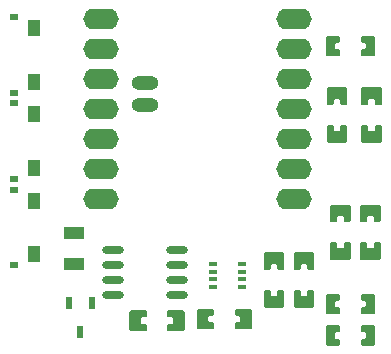
<source format=gtp>
G04 Layer: TopPasteMaskLayer*
G04 EasyEDA v6.5.42, 2024-06-11 14:58:49*
G04 7db2e0652eb0440fb163e0b1e141f317,b485016a937d426fb03638db52ce050d,10*
G04 Gerber Generator version 0.2*
G04 Scale: 100 percent, Rotated: No, Reflected: No *
G04 Dimensions in millimeters *
G04 leading zeros omitted , absolute positions ,4 integer and 5 decimal *
%FSLAX45Y45*%
%MOMM*%

%AMMACRO1*21,1,$1,$2,0,0,$3*%
%ADD10O,0.7670038X0.36400740000000004*%
%ADD11R,0.6000X1.0700*%
%ADD12O,2.999994X1.7500092*%
%ADD13O,2.2999954X1.1999976*%
%ADD14O,1.8649950000000002X0.6299962*%
%ADD15R,1.7000X1.0500*%
%ADD16MACRO1,1.7X1.05X0.0000*%
%ADD17R,1.0500X1.4500*%
%ADD18R,0.8000X0.6000*%
%ADD19R,0.0108X0.6000*%

%LPD*%
G36*
X6768896Y3878376D02*
G01*
X6758889Y3868420D01*
X6758889Y3739896D01*
X6768896Y3729888D01*
X6805930Y3729888D01*
X6815937Y3739896D01*
X6815937Y3770376D01*
X6825945Y3780383D01*
X6864654Y3780383D01*
X6874662Y3770376D01*
X6874662Y3739896D01*
X6884670Y3729888D01*
X6921703Y3729888D01*
X6931710Y3739896D01*
X6931710Y3868420D01*
X6921703Y3878376D01*
G37*
G36*
X6768896Y3559911D02*
G01*
X6758889Y3549904D01*
X6758889Y3421379D01*
X6768896Y3411423D01*
X6921703Y3411423D01*
X6931710Y3421379D01*
X6931710Y3549904D01*
X6921703Y3559911D01*
X6884670Y3559911D01*
X6874662Y3549904D01*
X6874662Y3519424D01*
X6864654Y3509416D01*
X6825945Y3509416D01*
X6815937Y3519424D01*
X6815937Y3549904D01*
X6805930Y3559911D01*
G37*
G36*
X6514896Y3559911D02*
G01*
X6504889Y3549904D01*
X6504889Y3421379D01*
X6514896Y3411423D01*
X6667703Y3411423D01*
X6677710Y3421379D01*
X6677710Y3549904D01*
X6667703Y3559911D01*
X6630670Y3559911D01*
X6620662Y3549904D01*
X6620662Y3519424D01*
X6610654Y3509416D01*
X6571945Y3509416D01*
X6561937Y3519424D01*
X6561937Y3549904D01*
X6551930Y3559911D01*
G37*
G36*
X6514896Y3878376D02*
G01*
X6504889Y3868420D01*
X6504889Y3739896D01*
X6514896Y3729888D01*
X6551930Y3729888D01*
X6561937Y3739896D01*
X6561937Y3770376D01*
X6571945Y3780383D01*
X6610654Y3780383D01*
X6620662Y3770376D01*
X6620662Y3739896D01*
X6630670Y3729888D01*
X6667703Y3729888D01*
X6677710Y3739896D01*
X6677710Y3868420D01*
X6667703Y3878376D01*
G37*
G36*
X7048296Y5275376D02*
G01*
X7038289Y5265420D01*
X7038289Y5136896D01*
X7048296Y5126888D01*
X7085330Y5126888D01*
X7095337Y5136896D01*
X7095337Y5167376D01*
X7105345Y5177383D01*
X7144054Y5177383D01*
X7154062Y5167376D01*
X7154062Y5136896D01*
X7164070Y5126888D01*
X7201103Y5126888D01*
X7211110Y5136896D01*
X7211110Y5265420D01*
X7201103Y5275376D01*
G37*
G36*
X7048296Y4956911D02*
G01*
X7038289Y4946904D01*
X7038289Y4818380D01*
X7048296Y4808423D01*
X7201103Y4808423D01*
X7211110Y4818380D01*
X7211110Y4946904D01*
X7201103Y4956911D01*
X7164070Y4956911D01*
X7154062Y4946904D01*
X7154062Y4916424D01*
X7144054Y4906416D01*
X7105345Y4906416D01*
X7095337Y4916424D01*
X7095337Y4946904D01*
X7085330Y4956911D01*
G37*
G36*
X7340396Y5275376D02*
G01*
X7330389Y5265420D01*
X7330389Y5136896D01*
X7340396Y5126888D01*
X7377430Y5126888D01*
X7387437Y5136896D01*
X7387437Y5167376D01*
X7397445Y5177383D01*
X7436154Y5177383D01*
X7446162Y5167376D01*
X7446162Y5136896D01*
X7456170Y5126888D01*
X7493203Y5126888D01*
X7503210Y5136896D01*
X7503210Y5265420D01*
X7493203Y5275376D01*
G37*
G36*
X7340396Y4956911D02*
G01*
X7330389Y4946904D01*
X7330389Y4818380D01*
X7340396Y4808423D01*
X7493203Y4808423D01*
X7503210Y4818380D01*
X7503210Y4946904D01*
X7493203Y4956911D01*
X7456170Y4956911D01*
X7446162Y4946904D01*
X7446162Y4916424D01*
X7436154Y4906416D01*
X7397445Y4906416D01*
X7387437Y4916424D01*
X7387437Y4946904D01*
X7377430Y4956911D01*
G37*
G36*
X6267196Y3401110D02*
G01*
X6257188Y3391103D01*
X6257188Y3354070D01*
X6267196Y3344062D01*
X6297676Y3344062D01*
X6307683Y3334054D01*
X6307683Y3295345D01*
X6297676Y3285337D01*
X6267196Y3285337D01*
X6257188Y3275329D01*
X6257188Y3238296D01*
X6267196Y3228289D01*
X6395720Y3228289D01*
X6405676Y3238296D01*
X6405676Y3391103D01*
X6395720Y3401110D01*
G37*
G36*
X5948680Y3401110D02*
G01*
X5938723Y3391103D01*
X5938723Y3238296D01*
X5948680Y3228289D01*
X6077204Y3228289D01*
X6087211Y3238296D01*
X6087211Y3275329D01*
X6077204Y3285337D01*
X6046724Y3285337D01*
X6036716Y3295345D01*
X6036716Y3334054D01*
X6046724Y3344062D01*
X6077204Y3344062D01*
X6087211Y3354070D01*
X6087211Y3391103D01*
X6077204Y3401110D01*
G37*
G36*
X5695696Y3388410D02*
G01*
X5685688Y3378403D01*
X5685688Y3341370D01*
X5695696Y3331362D01*
X5726176Y3331362D01*
X5736183Y3321354D01*
X5736183Y3282645D01*
X5726176Y3272637D01*
X5695696Y3272637D01*
X5685688Y3262629D01*
X5685688Y3225596D01*
X5695696Y3215589D01*
X5824220Y3215589D01*
X5834176Y3225596D01*
X5834176Y3378403D01*
X5824220Y3388410D01*
G37*
G36*
X5377180Y3388410D02*
G01*
X5367223Y3378403D01*
X5367223Y3225596D01*
X5377180Y3215589D01*
X5505704Y3215589D01*
X5515711Y3225596D01*
X5515711Y3262629D01*
X5505704Y3272637D01*
X5475224Y3272637D01*
X5465216Y3282645D01*
X5465216Y3321354D01*
X5475224Y3331362D01*
X5505704Y3331362D01*
X5515711Y3341370D01*
X5515711Y3378403D01*
X5505704Y3388410D01*
G37*
G36*
X7331405Y3964635D02*
G01*
X7321397Y3954627D01*
X7321397Y3826154D01*
X7331405Y3816146D01*
X7484160Y3816146D01*
X7494168Y3826154D01*
X7494168Y3954627D01*
X7484160Y3964635D01*
X7447178Y3964635D01*
X7437170Y3954627D01*
X7437170Y3924147D01*
X7427163Y3914140D01*
X7388402Y3914140D01*
X7378395Y3924147D01*
X7378395Y3954627D01*
X7368387Y3964635D01*
G37*
G36*
X7331405Y4283151D02*
G01*
X7321397Y4273143D01*
X7321397Y4144670D01*
X7331405Y4134662D01*
X7368387Y4134662D01*
X7378395Y4144670D01*
X7378395Y4175150D01*
X7388402Y4185158D01*
X7427163Y4185158D01*
X7437170Y4175150D01*
X7437170Y4144670D01*
X7447178Y4134662D01*
X7484160Y4134662D01*
X7494168Y4144670D01*
X7494168Y4273143D01*
X7484160Y4283151D01*
G37*
G36*
X7077405Y3964635D02*
G01*
X7067397Y3954627D01*
X7067397Y3826154D01*
X7077405Y3816146D01*
X7230160Y3816146D01*
X7240168Y3826154D01*
X7240168Y3954627D01*
X7230160Y3964635D01*
X7193178Y3964635D01*
X7183170Y3954627D01*
X7183170Y3924147D01*
X7173163Y3914140D01*
X7134402Y3914140D01*
X7124395Y3924147D01*
X7124395Y3954627D01*
X7114387Y3964635D01*
G37*
G36*
X7077405Y4283151D02*
G01*
X7067397Y4273143D01*
X7067397Y4144670D01*
X7077405Y4134662D01*
X7114387Y4134662D01*
X7124395Y4144670D01*
X7124395Y4175150D01*
X7134402Y4185158D01*
X7173163Y4185158D01*
X7183170Y4175150D01*
X7183170Y4144670D01*
X7193178Y4134662D01*
X7230160Y4134662D01*
X7240168Y4144670D01*
X7240168Y4273143D01*
X7230160Y4283151D01*
G37*
G36*
X7336485Y3526739D02*
G01*
X7326477Y3516731D01*
X7326477Y3480612D01*
X7336485Y3470605D01*
X7357567Y3470605D01*
X7367574Y3460597D01*
X7367574Y3422802D01*
X7357567Y3412794D01*
X7336485Y3412794D01*
X7326477Y3402787D01*
X7326477Y3366668D01*
X7336485Y3356660D01*
X7437272Y3356660D01*
X7447229Y3366668D01*
X7447229Y3516731D01*
X7437272Y3526739D01*
G37*
G36*
X7040727Y3526739D02*
G01*
X7030770Y3516731D01*
X7030770Y3366668D01*
X7040727Y3356660D01*
X7141514Y3356660D01*
X7151522Y3366668D01*
X7151522Y3402787D01*
X7141514Y3412794D01*
X7120432Y3412794D01*
X7110425Y3422802D01*
X7110425Y3460597D01*
X7120432Y3470605D01*
X7141514Y3470605D01*
X7151522Y3480612D01*
X7151522Y3516731D01*
X7141514Y3526739D01*
G37*
G36*
X7336485Y3260039D02*
G01*
X7326477Y3250031D01*
X7326477Y3213912D01*
X7336485Y3203905D01*
X7357567Y3203905D01*
X7367574Y3193897D01*
X7367574Y3156102D01*
X7357567Y3146094D01*
X7336485Y3146094D01*
X7326477Y3136087D01*
X7326477Y3099968D01*
X7336485Y3089960D01*
X7437272Y3089960D01*
X7447229Y3099968D01*
X7447229Y3250031D01*
X7437272Y3260039D01*
G37*
G36*
X7040727Y3260039D02*
G01*
X7030770Y3250031D01*
X7030770Y3099968D01*
X7040727Y3089960D01*
X7141514Y3089960D01*
X7151522Y3099968D01*
X7151522Y3136087D01*
X7141514Y3146094D01*
X7120432Y3146094D01*
X7110425Y3156102D01*
X7110425Y3193897D01*
X7120432Y3203905D01*
X7141514Y3203905D01*
X7151522Y3213912D01*
X7151522Y3250031D01*
X7141514Y3260039D01*
G37*
G36*
X7336485Y5711139D02*
G01*
X7326477Y5701131D01*
X7326477Y5665012D01*
X7336485Y5655005D01*
X7357567Y5655005D01*
X7367574Y5644997D01*
X7367574Y5607202D01*
X7357567Y5597194D01*
X7336485Y5597194D01*
X7326477Y5587187D01*
X7326477Y5551068D01*
X7336485Y5541060D01*
X7437272Y5541060D01*
X7447229Y5551068D01*
X7447229Y5701131D01*
X7437272Y5711139D01*
G37*
G36*
X7040727Y5711139D02*
G01*
X7030770Y5701131D01*
X7030770Y5551068D01*
X7040727Y5541060D01*
X7141514Y5541060D01*
X7151522Y5551068D01*
X7151522Y5587187D01*
X7141514Y5597194D01*
X7120432Y5597194D01*
X7110425Y5607202D01*
X7110425Y5644997D01*
X7120432Y5655005D01*
X7141514Y5655005D01*
X7151522Y5665012D01*
X7151522Y5701131D01*
X7141514Y5711139D01*
G37*
D10*
G01*
X6071743Y3780510D03*
G01*
X6071743Y3715486D03*
G01*
X6071743Y3650487D03*
G01*
X6071743Y3585489D03*
G01*
X6323456Y3585489D03*
G01*
X6323456Y3650487D03*
G01*
X6323456Y3715486D03*
G01*
X6323456Y3780510D03*
D11*
G01*
X5047995Y3450894D03*
G01*
X4858004Y3450894D03*
G01*
X4953000Y3203905D03*
D12*
G01*
X5124399Y5854293D03*
G01*
X5124399Y5600293D03*
G01*
X5124399Y5346293D03*
G01*
X5124399Y5092293D03*
G01*
X5124399Y4838293D03*
G01*
X5124399Y4584293D03*
G01*
X5124399Y4330293D03*
G01*
X6762800Y5855106D03*
G01*
X6762800Y5601106D03*
G01*
X6762800Y5347106D03*
G01*
X6762800Y5093106D03*
G01*
X6762800Y4839106D03*
G01*
X6762800Y4585106D03*
G01*
X6762800Y4331106D03*
D13*
G01*
X5498795Y5313502D03*
G01*
X5498795Y5124704D03*
D14*
G01*
X5230850Y3898900D03*
G01*
X5230850Y3771900D03*
G01*
X5230850Y3644900D03*
G01*
X5230850Y3517900D03*
G01*
X5767349Y3898900D03*
G01*
X5767349Y3771900D03*
G01*
X5767349Y3644900D03*
G01*
X5767349Y3517900D03*
D15*
G01*
X4902200Y3784092D03*
D16*
G01*
X4902212Y4039107D03*
D17*
G01*
X4563008Y3861892D03*
G01*
X4563008Y4316882D03*
D18*
G01*
X4390491Y3769410D03*
G01*
X4390491Y4409389D03*
D17*
G01*
X4563008Y4592142D03*
G01*
X4563008Y5047132D03*
D18*
G01*
X4390491Y4499660D03*
G01*
X4390491Y5139639D03*
D17*
G01*
X4563008Y5322392D03*
G01*
X4563008Y5777382D03*
D18*
G01*
X4390491Y5229910D03*
G01*
X4390491Y5869889D03*
M02*

</source>
